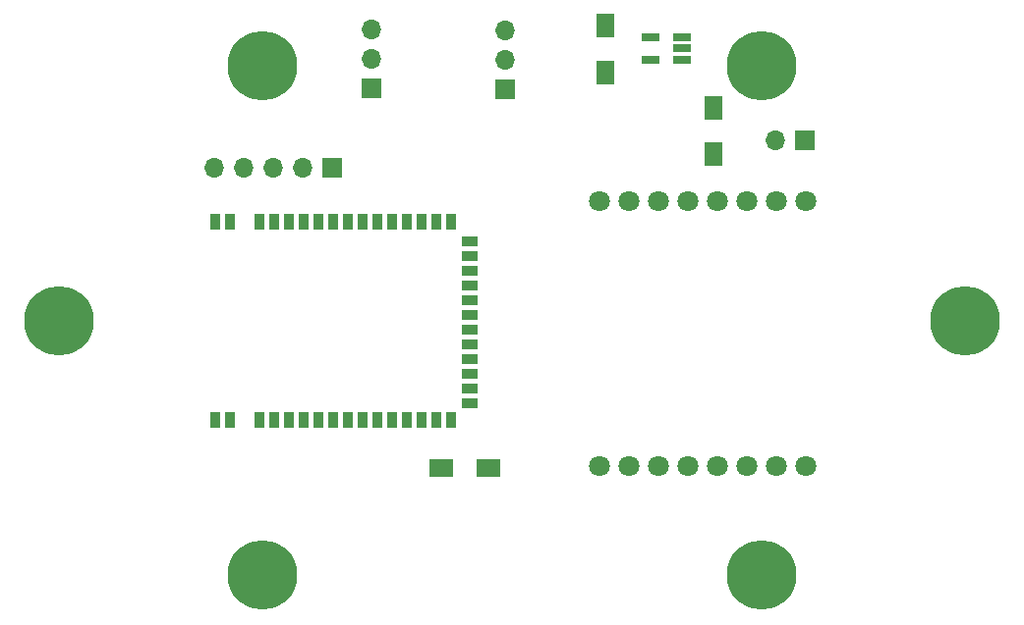
<source format=gbr>
G04 #@! TF.FileFunction,Soldermask,Top*
%FSLAX46Y46*%
G04 Gerber Fmt 4.6, Leading zero omitted, Abs format (unit mm)*
G04 Created by KiCad (PCBNEW 4.0.7) date 03/21/18 19:19:58*
%MOMM*%
%LPD*%
G01*
G04 APERTURE LIST*
%ADD10C,0.100000*%
%ADD11C,6.000000*%
%ADD12R,1.700000X1.700000*%
%ADD13O,1.700000X1.700000*%
%ADD14C,1.800000*%
%ADD15R,0.900000X1.400000*%
%ADD16R,0.930000X1.400000*%
%ADD17R,1.400000X0.900000*%
%ADD18R,1.560000X0.650000*%
%ADD19R,1.600000X2.000000*%
%ADD20R,2.000000X1.600000*%
G04 APERTURE END LIST*
D10*
D11*
X106825000Y-91700000D03*
X184825000Y-91700000D03*
X167325000Y-113700000D03*
X124325000Y-113700000D03*
X124325000Y-69700000D03*
X167325000Y-69700000D03*
D12*
X145275000Y-71725000D03*
D13*
X145275000Y-69185000D03*
X145275000Y-66645000D03*
D12*
X133725000Y-71675000D03*
D13*
X133725000Y-69135000D03*
X133725000Y-66595000D03*
D12*
X130380000Y-78490000D03*
D13*
X127840000Y-78490000D03*
X125300000Y-78490000D03*
X122760000Y-78490000D03*
X120220000Y-78490000D03*
D14*
X171140000Y-104230000D03*
X171140000Y-81370000D03*
X168600000Y-104230000D03*
X168600000Y-81370000D03*
X166060000Y-104230000D03*
X166060000Y-81370000D03*
X163520000Y-104230000D03*
X163520000Y-81370000D03*
X160980000Y-104230000D03*
X160980000Y-81370000D03*
X158440000Y-104230000D03*
X158440000Y-81370000D03*
X155900000Y-104230000D03*
X155900000Y-81370000D03*
X153360000Y-104230000D03*
X153360000Y-81370000D03*
D15*
X124075000Y-100330000D03*
X124075000Y-83230000D03*
X140585000Y-83230000D03*
D16*
X120265000Y-100330000D03*
X121535000Y-100330000D03*
D17*
X142180000Y-88655000D03*
X142170000Y-89925000D03*
X142180000Y-91195000D03*
X142180000Y-92465000D03*
X142180000Y-93735000D03*
X142180000Y-95005000D03*
X142180000Y-96275000D03*
D15*
X140585000Y-100330000D03*
D17*
X142180000Y-97545000D03*
X142180000Y-98815000D03*
X142180000Y-87385000D03*
X142180000Y-86115000D03*
X142180000Y-84845000D03*
D15*
X139315000Y-100330000D03*
X138045000Y-100330000D03*
X136775000Y-100330000D03*
X135505000Y-100330000D03*
X134235000Y-100330000D03*
X132965000Y-100330000D03*
X131695000Y-100330000D03*
X130425000Y-100330000D03*
X129155000Y-100330000D03*
X127885000Y-100330000D03*
X126615000Y-100330000D03*
X125345000Y-100330000D03*
X139315000Y-83230000D03*
X138045000Y-83230000D03*
X136775000Y-83230000D03*
X135505000Y-83230000D03*
X134235000Y-83230000D03*
X132965000Y-83230000D03*
X131695000Y-83230000D03*
X130425000Y-83230000D03*
X129155000Y-83230000D03*
X127885000Y-83230000D03*
X126615000Y-83230000D03*
X125345000Y-83230000D03*
D16*
X121535000Y-83230000D03*
X120265000Y-83230000D03*
D18*
X160500000Y-69180000D03*
X160500000Y-68230000D03*
X160500000Y-67280000D03*
X157800000Y-67280000D03*
X157800000Y-69180000D03*
D12*
X171090000Y-76160000D03*
D13*
X168550000Y-76160000D03*
D19*
X153890000Y-70290000D03*
X153890000Y-66290000D03*
D20*
X139770000Y-104400000D03*
X143770000Y-104400000D03*
D19*
X163170000Y-73380000D03*
X163170000Y-77380000D03*
M02*

</source>
